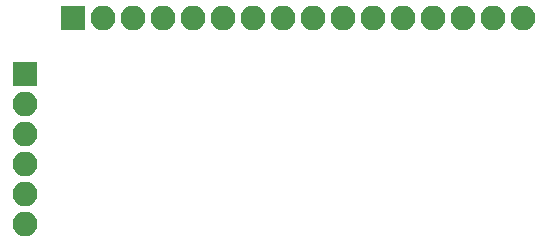
<source format=gbr>
G04 #@! TF.GenerationSoftware,KiCad,Pcbnew,(5.0.0)*
G04 #@! TF.CreationDate,2019-09-07T10:55:21+05:30*
G04 #@! TF.ProjectId,SerialShiftLCD,53657269616C53686966744C43442E6B,rev?*
G04 #@! TF.SameCoordinates,Original*
G04 #@! TF.FileFunction,Soldermask,Bot*
G04 #@! TF.FilePolarity,Negative*
%FSLAX46Y46*%
G04 Gerber Fmt 4.6, Leading zero omitted, Abs format (unit mm)*
G04 Created by KiCad (PCBNEW (5.0.0)) date 09/07/19 10:55:21*
%MOMM*%
%LPD*%
G01*
G04 APERTURE LIST*
%ADD10R,2.100000X2.100000*%
%ADD11O,2.100000X2.100000*%
G04 APERTURE END LIST*
D10*
G04 #@! TO.C,J1*
X129857500Y-38227000D03*
D11*
X129857500Y-40767000D03*
X129857500Y-43307000D03*
X129857500Y-45847000D03*
X129857500Y-48387000D03*
X129857500Y-50927000D03*
G04 #@! TD*
D10*
G04 #@! TO.C,J3*
X133921500Y-33528000D03*
D11*
X136461500Y-33528000D03*
X139001500Y-33528000D03*
X141541500Y-33528000D03*
X144081500Y-33528000D03*
X146621500Y-33528000D03*
X149161500Y-33528000D03*
X151701500Y-33528000D03*
X154241500Y-33528000D03*
X156781500Y-33528000D03*
X159321500Y-33528000D03*
X161861500Y-33528000D03*
X164401500Y-33528000D03*
X166941500Y-33528000D03*
X169481500Y-33528000D03*
X172021500Y-33528000D03*
G04 #@! TD*
M02*

</source>
